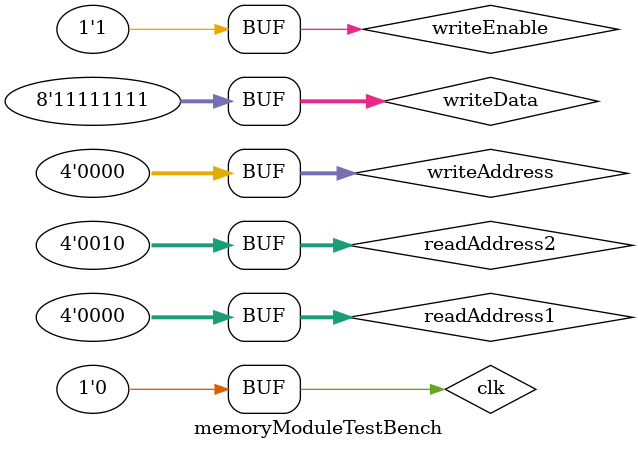
<source format=sv>
`timescale 1ns / 1ps


module memoryModuleTestBench();
logic clk, writeEnable;
logic [3:0] writeAddress, readAddress1, readAddress2;
logic [7:0] writeData;
logic [7:0] readData1, readData2;

memoryModule dut(clk, writeEnable, writeAddress, readAddress1, 
readAddress2, writeData, readData1, readData2);

always begin
  clk <= 1; #5;
  clk <= 0; #5;
 end 
 
 initial begin
 writeEnable <= 0; writeAddress <= 4'b0000; readAddress1 <= 4'b0001; readAddress2 <= 4'b0010; writeData <= 8'b0001_0110;  #10;
 writeEnable <= 1; #10;
 writeAddress <= 4'b0001; writeData <= 8'b0000_1100; #10;
 writeAddress <= 4'b0010; writeData <= 8'b0100_0000; #10;
 writeData <= 8'b0000_0001; #10;
 readAddress1 <= 4'b0000; #10;
 //readAddress2 <= 4'b0000; #10;
 writeData <= 8'b1111_1111; #10;
 writeAddress <= 4'b0000; #10;
 end

endmodule

</source>
